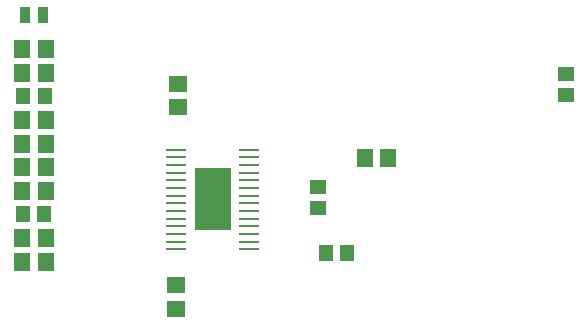
<source format=gtp>
G04*
G04 #@! TF.GenerationSoftware,Altium Limited,Altium Designer,23.7.1 (13)*
G04*
G04 Layer_Color=8421504*
%FSLAX44Y44*%
%MOMM*%
G71*
G04*
G04 #@! TF.SameCoordinates,9BDE129D-A6D9-4E47-A380-7317F5008C5C*
G04*
G04*
G04 #@! TF.FilePolarity,Positive*
G04*
G01*
G75*
%ADD20R,0.9500X1.3500*%
G04:AMPARAMS|DCode=21|XSize=0.2mm|YSize=1.65mm|CornerRadius=0.029mm|HoleSize=0mm|Usage=FLASHONLY|Rotation=90.000|XOffset=0mm|YOffset=0mm|HoleType=Round|Shape=RoundedRectangle|*
%AMROUNDEDRECTD21*
21,1,0.2000,1.5920,0,0,90.0*
21,1,0.1420,1.6500,0,0,90.0*
1,1,0.0580,0.7960,0.0710*
1,1,0.0580,0.7960,-0.0710*
1,1,0.0580,-0.7960,-0.0710*
1,1,0.0580,-0.7960,0.0710*
%
%ADD21ROUNDEDRECTD21*%
G04:AMPARAMS|DCode=22|XSize=3.1mm|YSize=5.18mm|CornerRadius=0.0465mm|HoleSize=0mm|Usage=FLASHONLY|Rotation=0.000|XOffset=0mm|YOffset=0mm|HoleType=Round|Shape=RoundedRectangle|*
%AMROUNDEDRECTD22*
21,1,3.1000,5.0870,0,0,0.0*
21,1,3.0070,5.1800,0,0,0.0*
1,1,0.0930,1.5035,-2.5435*
1,1,0.0930,-1.5035,-2.5435*
1,1,0.0930,-1.5035,2.5435*
1,1,0.0930,1.5035,2.5435*
%
%ADD22ROUNDEDRECTD22*%
%ADD23R,1.4000X1.5000*%
%ADD24R,1.5000X1.4000*%
%ADD25R,1.4000X1.2000*%
%ADD26R,1.2000X1.4000*%
D20*
X357270Y698500D02*
D03*
X342270D02*
D03*
D21*
X470500Y585000D02*
D03*
Y578500D02*
D03*
Y572000D02*
D03*
Y565500D02*
D03*
Y559000D02*
D03*
Y552500D02*
D03*
Y546000D02*
D03*
Y539500D02*
D03*
Y533000D02*
D03*
Y526500D02*
D03*
Y520000D02*
D03*
Y513500D02*
D03*
Y507000D02*
D03*
Y500500D02*
D03*
X532000Y585000D02*
D03*
Y578500D02*
D03*
Y572000D02*
D03*
Y565500D02*
D03*
Y552500D02*
D03*
Y546000D02*
D03*
Y539500D02*
D03*
Y533000D02*
D03*
Y526500D02*
D03*
Y520000D02*
D03*
Y513500D02*
D03*
Y507000D02*
D03*
Y500500D02*
D03*
Y559000D02*
D03*
D22*
X501250Y542750D02*
D03*
D23*
X650000Y577894D02*
D03*
X630000D02*
D03*
X340000Y510000D02*
D03*
X360000D02*
D03*
X340000Y490000D02*
D03*
X360000D02*
D03*
Y610000D02*
D03*
X340000D02*
D03*
X360000Y550000D02*
D03*
X340000D02*
D03*
Y670000D02*
D03*
X360000D02*
D03*
X340000Y590000D02*
D03*
X360000D02*
D03*
Y570000D02*
D03*
X340000D02*
D03*
X360000Y650000D02*
D03*
X340000D02*
D03*
D24*
X472250Y620770D02*
D03*
Y640770D02*
D03*
X470000Y470000D02*
D03*
Y450000D02*
D03*
D25*
X590550Y553242D02*
D03*
Y535243D02*
D03*
X800000Y631000D02*
D03*
Y649000D02*
D03*
D26*
X596900Y497810D02*
D03*
X614900D02*
D03*
X341000Y630000D02*
D03*
X359000D02*
D03*
X340500Y530000D02*
D03*
X358500D02*
D03*
M02*

</source>
